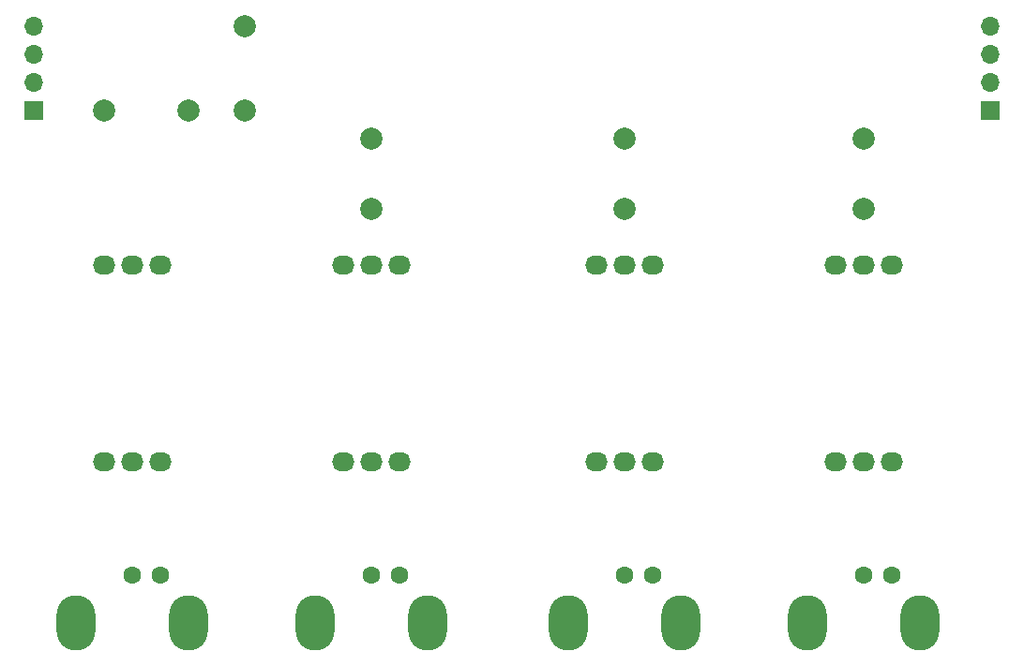
<source format=gbr>
G04 #@! TF.FileFunction,Copper,L1,Top,Signal*
%FSLAX46Y46*%
G04 Gerber Fmt 4.6, Leading zero omitted, Abs format (unit mm)*
G04 Created by KiCad (PCBNEW 4.0.4-stable) date Tuesday, January 31, 2017 'AMt' 11:40:29 AM*
%MOMM*%
%LPD*%
G01*
G04 APERTURE LIST*
%ADD10C,0.100000*%
%ADD11O,3.500120X5.001260*%
%ADD12C,1.600200*%
%ADD13C,1.998980*%
%ADD14O,2.032000X1.727200*%
%ADD15C,2.000000*%
%ADD16R,1.700000X1.700000*%
%ADD17O,1.700000X1.700000*%
G04 APERTURE END LIST*
D10*
D11*
X132097780Y-150393400D03*
X121899680Y-150393400D03*
D12*
X127000000Y-146128740D03*
X129499360Y-146128740D03*
D11*
X109237780Y-150393400D03*
X99039680Y-150393400D03*
D12*
X104140000Y-146128740D03*
X106639360Y-146128740D03*
D11*
X87647780Y-150393400D03*
X77449680Y-150393400D03*
D12*
X82550000Y-146128740D03*
X85049360Y-146128740D03*
D11*
X153687780Y-150393400D03*
X143489680Y-150393400D03*
D12*
X148590000Y-146128740D03*
X151089360Y-146128740D03*
D13*
X87630000Y-104140000D03*
X80010000Y-104140000D03*
X92710000Y-96520000D03*
X92710000Y-104140000D03*
D14*
X124460000Y-118110000D03*
X129540000Y-118110000D03*
X127000000Y-118110000D03*
X127000000Y-135890000D03*
X124460000Y-135890000D03*
X129540000Y-135890000D03*
X101600000Y-118110000D03*
X106680000Y-118110000D03*
X104140000Y-118110000D03*
X104140000Y-135890000D03*
X101600000Y-135890000D03*
X106680000Y-135890000D03*
X80010000Y-118110000D03*
X85090000Y-118110000D03*
X82550000Y-118110000D03*
X82550000Y-135890000D03*
X80010000Y-135890000D03*
X85090000Y-135890000D03*
X146050000Y-118110000D03*
X151130000Y-118110000D03*
X148590000Y-118110000D03*
X148590000Y-135890000D03*
X146050000Y-135890000D03*
X151130000Y-135890000D03*
D15*
X127000000Y-113030000D03*
X127000000Y-106680000D03*
X104140000Y-113030000D03*
X104140000Y-106680000D03*
X148590000Y-113030000D03*
X148590000Y-106680000D03*
D16*
X73660000Y-104140000D03*
D17*
X73660000Y-101600000D03*
X73660000Y-99060000D03*
X73660000Y-96520000D03*
D16*
X160020000Y-104140000D03*
D17*
X160020000Y-101600000D03*
X160020000Y-99060000D03*
X160020000Y-96520000D03*
M02*

</source>
